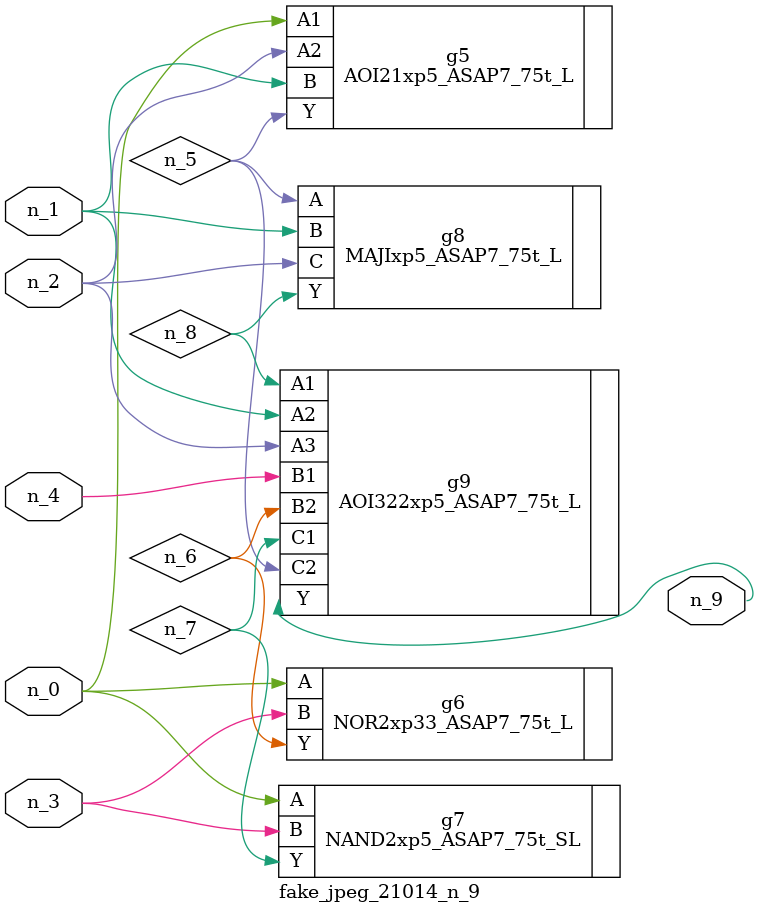
<source format=v>
module fake_jpeg_21014_n_9 (n_3, n_2, n_1, n_0, n_4, n_9);

input n_3;
input n_2;
input n_1;
input n_0;
input n_4;

output n_9;

wire n_8;
wire n_6;
wire n_5;
wire n_7;

AOI21xp5_ASAP7_75t_L g5 ( 
.A1(n_0),
.A2(n_2),
.B(n_1),
.Y(n_5)
);

NOR2xp33_ASAP7_75t_L g6 ( 
.A(n_0),
.B(n_3),
.Y(n_6)
);

NAND2xp5_ASAP7_75t_SL g7 ( 
.A(n_0),
.B(n_3),
.Y(n_7)
);

MAJIxp5_ASAP7_75t_L g8 ( 
.A(n_5),
.B(n_1),
.C(n_2),
.Y(n_8)
);

AOI322xp5_ASAP7_75t_L g9 ( 
.A1(n_8),
.A2(n_1),
.A3(n_2),
.B1(n_4),
.B2(n_6),
.C1(n_7),
.C2(n_5),
.Y(n_9)
);


endmodule
</source>
